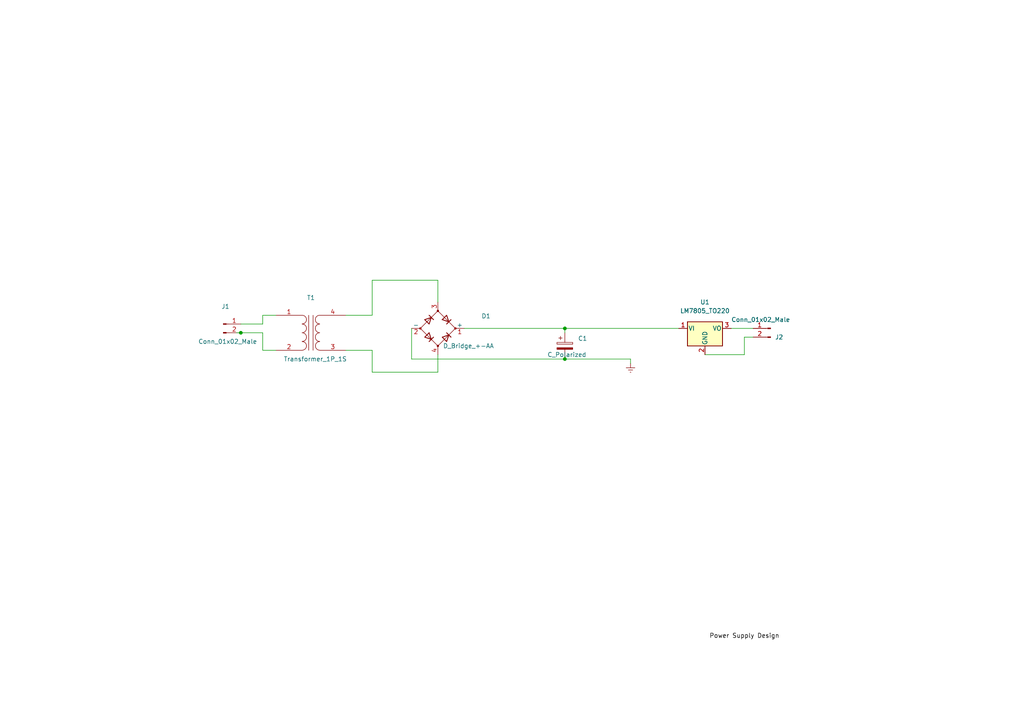
<source format=kicad_sch>
(kicad_sch (version 20211123) (generator eeschema)

  (uuid 2dd062fc-63fd-4933-9127-4283925bae5a)

  (paper "A4")

  (lib_symbols
    (symbol "Connector:Conn_01x02_Male" (pin_names (offset 1.016) hide) (in_bom yes) (on_board yes)
      (property "Reference" "J" (id 0) (at 0 2.54 0)
        (effects (font (size 1.27 1.27)))
      )
      (property "Value" "Conn_01x02_Male" (id 1) (at 0 -5.08 0)
        (effects (font (size 1.27 1.27)))
      )
      (property "Footprint" "" (id 2) (at 0 0 0)
        (effects (font (size 1.27 1.27)) hide)
      )
      (property "Datasheet" "~" (id 3) (at 0 0 0)
        (effects (font (size 1.27 1.27)) hide)
      )
      (property "ki_keywords" "connector" (id 4) (at 0 0 0)
        (effects (font (size 1.27 1.27)) hide)
      )
      (property "ki_description" "Generic connector, single row, 01x02, script generated (kicad-library-utils/schlib/autogen/connector/)" (id 5) (at 0 0 0)
        (effects (font (size 1.27 1.27)) hide)
      )
      (property "ki_fp_filters" "Connector*:*_1x??_*" (id 6) (at 0 0 0)
        (effects (font (size 1.27 1.27)) hide)
      )
      (symbol "Conn_01x02_Male_1_1"
        (polyline
          (pts
            (xy 1.27 -2.54)
            (xy 0.8636 -2.54)
          )
          (stroke (width 0.1524) (type default) (color 0 0 0 0))
          (fill (type none))
        )
        (polyline
          (pts
            (xy 1.27 0)
            (xy 0.8636 0)
          )
          (stroke (width 0.1524) (type default) (color 0 0 0 0))
          (fill (type none))
        )
        (rectangle (start 0.8636 -2.413) (end 0 -2.667)
          (stroke (width 0.1524) (type default) (color 0 0 0 0))
          (fill (type outline))
        )
        (rectangle (start 0.8636 0.127) (end 0 -0.127)
          (stroke (width 0.1524) (type default) (color 0 0 0 0))
          (fill (type outline))
        )
        (pin passive line (at 5.08 0 180) (length 3.81)
          (name "Pin_1" (effects (font (size 1.27 1.27))))
          (number "1" (effects (font (size 1.27 1.27))))
        )
        (pin passive line (at 5.08 -2.54 180) (length 3.81)
          (name "Pin_2" (effects (font (size 1.27 1.27))))
          (number "2" (effects (font (size 1.27 1.27))))
        )
      )
    )
    (symbol "Device:C_Polarized" (pin_numbers hide) (pin_names (offset 0.254)) (in_bom yes) (on_board yes)
      (property "Reference" "C" (id 0) (at 0.635 2.54 0)
        (effects (font (size 1.27 1.27)) (justify left))
      )
      (property "Value" "C_Polarized" (id 1) (at 0.635 -2.54 0)
        (effects (font (size 1.27 1.27)) (justify left))
      )
      (property "Footprint" "" (id 2) (at 0.9652 -3.81 0)
        (effects (font (size 1.27 1.27)) hide)
      )
      (property "Datasheet" "~" (id 3) (at 0 0 0)
        (effects (font (size 1.27 1.27)) hide)
      )
      (property "ki_keywords" "cap capacitor" (id 4) (at 0 0 0)
        (effects (font (size 1.27 1.27)) hide)
      )
      (property "ki_description" "Polarized capacitor" (id 5) (at 0 0 0)
        (effects (font (size 1.27 1.27)) hide)
      )
      (property "ki_fp_filters" "CP_*" (id 6) (at 0 0 0)
        (effects (font (size 1.27 1.27)) hide)
      )
      (symbol "C_Polarized_0_1"
        (rectangle (start -2.286 0.508) (end 2.286 1.016)
          (stroke (width 0) (type default) (color 0 0 0 0))
          (fill (type none))
        )
        (polyline
          (pts
            (xy -1.778 2.286)
            (xy -0.762 2.286)
          )
          (stroke (width 0) (type default) (color 0 0 0 0))
          (fill (type none))
        )
        (polyline
          (pts
            (xy -1.27 2.794)
            (xy -1.27 1.778)
          )
          (stroke (width 0) (type default) (color 0 0 0 0))
          (fill (type none))
        )
        (rectangle (start 2.286 -0.508) (end -2.286 -1.016)
          (stroke (width 0) (type default) (color 0 0 0 0))
          (fill (type outline))
        )
      )
      (symbol "C_Polarized_1_1"
        (pin passive line (at 0 3.81 270) (length 2.794)
          (name "~" (effects (font (size 1.27 1.27))))
          (number "1" (effects (font (size 1.27 1.27))))
        )
        (pin passive line (at 0 -3.81 90) (length 2.794)
          (name "~" (effects (font (size 1.27 1.27))))
          (number "2" (effects (font (size 1.27 1.27))))
        )
      )
    )
    (symbol "Device:D_Bridge_+-AA" (pin_names (offset 0)) (in_bom yes) (on_board yes)
      (property "Reference" "D" (id 0) (at 2.54 6.985 0)
        (effects (font (size 1.27 1.27)) (justify left))
      )
      (property "Value" "D_Bridge_+-AA" (id 1) (at 2.54 5.08 0)
        (effects (font (size 1.27 1.27)) (justify left))
      )
      (property "Footprint" "" (id 2) (at 0 0 0)
        (effects (font (size 1.27 1.27)) hide)
      )
      (property "Datasheet" "~" (id 3) (at 0 0 0)
        (effects (font (size 1.27 1.27)) hide)
      )
      (property "ki_keywords" "rectifier ACDC" (id 4) (at 0 0 0)
        (effects (font (size 1.27 1.27)) hide)
      )
      (property "ki_description" "Diode bridge, +ve/-ve/AC/AC" (id 5) (at 0 0 0)
        (effects (font (size 1.27 1.27)) hide)
      )
      (property "ki_fp_filters" "D*Bridge* D*Rectifier*" (id 6) (at 0 0 0)
        (effects (font (size 1.27 1.27)) hide)
      )
      (symbol "D_Bridge_+-AA_0_1"
        (circle (center -5.08 0) (radius 0.254)
          (stroke (width 0) (type default) (color 0 0 0 0))
          (fill (type outline))
        )
        (circle (center 0 -5.08) (radius 0.254)
          (stroke (width 0) (type default) (color 0 0 0 0))
          (fill (type outline))
        )
        (polyline
          (pts
            (xy -2.54 3.81)
            (xy -1.27 2.54)
          )
          (stroke (width 0.254) (type default) (color 0 0 0 0))
          (fill (type none))
        )
        (polyline
          (pts
            (xy -1.27 -2.54)
            (xy -2.54 -3.81)
          )
          (stroke (width 0.254) (type default) (color 0 0 0 0))
          (fill (type none))
        )
        (polyline
          (pts
            (xy 2.54 -1.27)
            (xy 3.81 -2.54)
          )
          (stroke (width 0.254) (type default) (color 0 0 0 0))
          (fill (type none))
        )
        (polyline
          (pts
            (xy 2.54 1.27)
            (xy 3.81 2.54)
          )
          (stroke (width 0.254) (type default) (color 0 0 0 0))
          (fill (type none))
        )
        (polyline
          (pts
            (xy -3.81 2.54)
            (xy -2.54 1.27)
            (xy -1.905 3.175)
            (xy -3.81 2.54)
          )
          (stroke (width 0.254) (type default) (color 0 0 0 0))
          (fill (type none))
        )
        (polyline
          (pts
            (xy -2.54 -1.27)
            (xy -3.81 -2.54)
            (xy -1.905 -3.175)
            (xy -2.54 -1.27)
          )
          (stroke (width 0.254) (type default) (color 0 0 0 0))
          (fill (type none))
        )
        (polyline
          (pts
            (xy 1.27 2.54)
            (xy 2.54 3.81)
            (xy 3.175 1.905)
            (xy 1.27 2.54)
          )
          (stroke (width 0.254) (type default) (color 0 0 0 0))
          (fill (type none))
        )
        (polyline
          (pts
            (xy 3.175 -1.905)
            (xy 1.27 -2.54)
            (xy 2.54 -3.81)
            (xy 3.175 -1.905)
          )
          (stroke (width 0.254) (type default) (color 0 0 0 0))
          (fill (type none))
        )
        (polyline
          (pts
            (xy -5.08 0)
            (xy 0 -5.08)
            (xy 5.08 0)
            (xy 0 5.08)
            (xy -5.08 0)
          )
          (stroke (width 0) (type default) (color 0 0 0 0))
          (fill (type none))
        )
        (circle (center 0 5.08) (radius 0.254)
          (stroke (width 0) (type default) (color 0 0 0 0))
          (fill (type outline))
        )
        (circle (center 5.08 0) (radius 0.254)
          (stroke (width 0) (type default) (color 0 0 0 0))
          (fill (type outline))
        )
      )
      (symbol "D_Bridge_+-AA_1_1"
        (pin passive line (at 7.62 0 180) (length 2.54)
          (name "+" (effects (font (size 1.27 1.27))))
          (number "1" (effects (font (size 1.27 1.27))))
        )
        (pin passive line (at -7.62 0 0) (length 2.54)
          (name "-" (effects (font (size 1.27 1.27))))
          (number "2" (effects (font (size 1.27 1.27))))
        )
        (pin passive line (at 0 7.62 270) (length 2.54)
          (name "~" (effects (font (size 1.27 1.27))))
          (number "3" (effects (font (size 1.27 1.27))))
        )
        (pin passive line (at 0 -7.62 90) (length 2.54)
          (name "~" (effects (font (size 1.27 1.27))))
          (number "4" (effects (font (size 1.27 1.27))))
        )
      )
    )
    (symbol "Device:Transformer_1P_1S" (pin_names (offset 1.016) hide) (in_bom yes) (on_board yes)
      (property "Reference" "T" (id 0) (at 0 6.35 0)
        (effects (font (size 1.27 1.27)))
      )
      (property "Value" "Transformer_1P_1S" (id 1) (at 0 -7.62 0)
        (effects (font (size 1.27 1.27)))
      )
      (property "Footprint" "" (id 2) (at 0 0 0)
        (effects (font (size 1.27 1.27)) hide)
      )
      (property "Datasheet" "~" (id 3) (at 0 0 0)
        (effects (font (size 1.27 1.27)) hide)
      )
      (property "ki_keywords" "transformer coil magnet" (id 4) (at 0 0 0)
        (effects (font (size 1.27 1.27)) hide)
      )
      (property "ki_description" "Transformer, single primary, single secondary" (id 5) (at 0 0 0)
        (effects (font (size 1.27 1.27)) hide)
      )
      (symbol "Transformer_1P_1S_0_1"
        (arc (start -2.54 -5.0546) (mid -1.6599 -4.6901) (end -1.27 -3.81)
          (stroke (width 0) (type default) (color 0 0 0 0))
          (fill (type none))
        )
        (arc (start -2.54 -2.5146) (mid -1.6599 -2.1501) (end -1.27 -1.27)
          (stroke (width 0) (type default) (color 0 0 0 0))
          (fill (type none))
        )
        (arc (start -2.54 0.0254) (mid -1.6599 0.3899) (end -1.27 1.27)
          (stroke (width 0) (type default) (color 0 0 0 0))
          (fill (type none))
        )
        (arc (start -2.54 2.5654) (mid -1.6599 2.9299) (end -1.27 3.81)
          (stroke (width 0) (type default) (color 0 0 0 0))
          (fill (type none))
        )
        (arc (start -1.27 -3.81) (mid -1.642 -2.912) (end -2.54 -2.54)
          (stroke (width 0) (type default) (color 0 0 0 0))
          (fill (type none))
        )
        (arc (start -1.27 -1.27) (mid -1.642 -0.372) (end -2.54 0)
          (stroke (width 0) (type default) (color 0 0 0 0))
          (fill (type none))
        )
        (arc (start -1.27 1.27) (mid -1.642 2.168) (end -2.54 2.54)
          (stroke (width 0) (type default) (color 0 0 0 0))
          (fill (type none))
        )
        (arc (start -1.27 3.81) (mid -1.642 4.708) (end -2.54 5.08)
          (stroke (width 0) (type default) (color 0 0 0 0))
          (fill (type none))
        )
        (polyline
          (pts
            (xy -0.635 5.08)
            (xy -0.635 -5.08)
          )
          (stroke (width 0) (type default) (color 0 0 0 0))
          (fill (type none))
        )
        (polyline
          (pts
            (xy 0.635 -5.08)
            (xy 0.635 5.08)
          )
          (stroke (width 0) (type default) (color 0 0 0 0))
          (fill (type none))
        )
        (arc (start 1.2954 -1.27) (mid 1.6599 -2.1501) (end 2.54 -2.5146)
          (stroke (width 0) (type default) (color 0 0 0 0))
          (fill (type none))
        )
        (arc (start 1.2954 1.27) (mid 1.6599 0.3899) (end 2.54 0.0254)
          (stroke (width 0) (type default) (color 0 0 0 0))
          (fill (type none))
        )
        (arc (start 1.2954 3.81) (mid 1.6599 2.9299) (end 2.54 2.5654)
          (stroke (width 0) (type default) (color 0 0 0 0))
          (fill (type none))
        )
        (arc (start 1.3208 -3.81) (mid 1.6853 -4.6901) (end 2.5654 -5.0546)
          (stroke (width 0) (type default) (color 0 0 0 0))
          (fill (type none))
        )
        (arc (start 2.54 0) (mid 1.642 -0.372) (end 1.2954 -1.27)
          (stroke (width 0) (type default) (color 0 0 0 0))
          (fill (type none))
        )
        (arc (start 2.54 2.54) (mid 1.642 2.168) (end 1.2954 1.27)
          (stroke (width 0) (type default) (color 0 0 0 0))
          (fill (type none))
        )
        (arc (start 2.54 5.08) (mid 1.642 4.708) (end 1.2954 3.81)
          (stroke (width 0) (type default) (color 0 0 0 0))
          (fill (type none))
        )
        (arc (start 2.5654 -2.54) (mid 1.6674 -2.912) (end 1.3208 -3.81)
          (stroke (width 0) (type default) (color 0 0 0 0))
          (fill (type none))
        )
      )
      (symbol "Transformer_1P_1S_1_1"
        (pin passive line (at -10.16 5.08 0) (length 7.62)
          (name "AA" (effects (font (size 1.27 1.27))))
          (number "1" (effects (font (size 1.27 1.27))))
        )
        (pin passive line (at -10.16 -5.08 0) (length 7.62)
          (name "AB" (effects (font (size 1.27 1.27))))
          (number "2" (effects (font (size 1.27 1.27))))
        )
        (pin passive line (at 10.16 -5.08 180) (length 7.62)
          (name "SA" (effects (font (size 1.27 1.27))))
          (number "3" (effects (font (size 1.27 1.27))))
        )
        (pin passive line (at 10.16 5.08 180) (length 7.62)
          (name "SB" (effects (font (size 1.27 1.27))))
          (number "4" (effects (font (size 1.27 1.27))))
        )
      )
    )
    (symbol "Regulator_Linear:LM7805_TO220" (pin_names (offset 0.254)) (in_bom yes) (on_board yes)
      (property "Reference" "U" (id 0) (at -3.81 3.175 0)
        (effects (font (size 1.27 1.27)))
      )
      (property "Value" "LM7805_TO220" (id 1) (at 0 3.175 0)
        (effects (font (size 1.27 1.27)) (justify left))
      )
      (property "Footprint" "Package_TO_SOT_THT:TO-220-3_Vertical" (id 2) (at 0 5.715 0)
        (effects (font (size 1.27 1.27) italic) hide)
      )
      (property "Datasheet" "https://www.onsemi.cn/PowerSolutions/document/MC7800-D.PDF" (id 3) (at 0 -1.27 0)
        (effects (font (size 1.27 1.27)) hide)
      )
      (property "ki_keywords" "Voltage Regulator 1A Positive" (id 4) (at 0 0 0)
        (effects (font (size 1.27 1.27)) hide)
      )
      (property "ki_description" "Positive 1A 35V Linear Regulator, Fixed Output 5V, TO-220" (id 5) (at 0 0 0)
        (effects (font (size 1.27 1.27)) hide)
      )
      (property "ki_fp_filters" "TO?220*" (id 6) (at 0 0 0)
        (effects (font (size 1.27 1.27)) hide)
      )
      (symbol "LM7805_TO220_0_1"
        (rectangle (start -5.08 1.905) (end 5.08 -5.08)
          (stroke (width 0.254) (type default) (color 0 0 0 0))
          (fill (type background))
        )
      )
      (symbol "LM7805_TO220_1_1"
        (pin power_in line (at -7.62 0 0) (length 2.54)
          (name "VI" (effects (font (size 1.27 1.27))))
          (number "1" (effects (font (size 1.27 1.27))))
        )
        (pin power_in line (at 0 -7.62 90) (length 2.54)
          (name "GND" (effects (font (size 1.27 1.27))))
          (number "2" (effects (font (size 1.27 1.27))))
        )
        (pin power_out line (at 7.62 0 180) (length 2.54)
          (name "VO" (effects (font (size 1.27 1.27))))
          (number "3" (effects (font (size 1.27 1.27))))
        )
      )
    )
    (symbol "power:Earth" (power) (pin_names (offset 0)) (in_bom yes) (on_board yes)
      (property "Reference" "#PWR" (id 0) (at 0 -6.35 0)
        (effects (font (size 1.27 1.27)) hide)
      )
      (property "Value" "Earth" (id 1) (at 0 -3.81 0)
        (effects (font (size 1.27 1.27)) hide)
      )
      (property "Footprint" "" (id 2) (at 0 0 0)
        (effects (font (size 1.27 1.27)) hide)
      )
      (property "Datasheet" "~" (id 3) (at 0 0 0)
        (effects (font (size 1.27 1.27)) hide)
      )
      (property "ki_keywords" "power-flag ground gnd" (id 4) (at 0 0 0)
        (effects (font (size 1.27 1.27)) hide)
      )
      (property "ki_description" "Power symbol creates a global label with name \"Earth\"" (id 5) (at 0 0 0)
        (effects (font (size 1.27 1.27)) hide)
      )
      (symbol "Earth_0_1"
        (polyline
          (pts
            (xy -0.635 -1.905)
            (xy 0.635 -1.905)
          )
          (stroke (width 0) (type default) (color 0 0 0 0))
          (fill (type none))
        )
        (polyline
          (pts
            (xy -0.127 -2.54)
            (xy 0.127 -2.54)
          )
          (stroke (width 0) (type default) (color 0 0 0 0))
          (fill (type none))
        )
        (polyline
          (pts
            (xy 0 -1.27)
            (xy 0 0)
          )
          (stroke (width 0) (type default) (color 0 0 0 0))
          (fill (type none))
        )
        (polyline
          (pts
            (xy 1.27 -1.27)
            (xy -1.27 -1.27)
          )
          (stroke (width 0) (type default) (color 0 0 0 0))
          (fill (type none))
        )
      )
      (symbol "Earth_1_1"
        (pin power_in line (at 0 0 270) (length 0) hide
          (name "Earth" (effects (font (size 1.27 1.27))))
          (number "1" (effects (font (size 1.27 1.27))))
        )
      )
    )
  )

  (junction (at 163.83 95.25) (diameter 0) (color 0 0 0 0)
    (uuid 6e7fa1ed-f6b5-440a-aa2a-7a0e4b152696)
  )
  (junction (at 69.85 96.52) (diameter 0) (color 0 0 0 0)
    (uuid 8f5fdebe-e7be-4734-99bd-d60c40196f7b)
  )
  (junction (at 163.83 104.14) (diameter 0) (color 0 0 0 0)
    (uuid b9161398-8c64-4dcc-9808-2ae4ecd0e272)
  )

  (wire (pts (xy 100.33 91.44) (xy 107.95 91.44))
    (stroke (width 0) (type default) (color 0 0 0 0))
    (uuid 09d0566e-1f55-4260-a844-bf0eeedb7680)
  )
  (wire (pts (xy 212.09 95.25) (xy 218.44 95.25))
    (stroke (width 0) (type default) (color 0 0 0 0))
    (uuid 0d22beb9-e40b-4c00-a8b6-58e84009dec9)
  )
  (wire (pts (xy 182.88 104.14) (xy 182.88 105.41))
    (stroke (width 0) (type default) (color 0 0 0 0))
    (uuid 129ab40f-81e7-4471-bf83-06f9c62bfb68)
  )
  (wire (pts (xy 76.2 101.6) (xy 80.01 101.6))
    (stroke (width 0) (type default) (color 0 0 0 0))
    (uuid 13f31ace-266b-4891-bea7-3d0d788b45d1)
  )
  (wire (pts (xy 119.38 95.25) (xy 119.38 104.14))
    (stroke (width 0) (type default) (color 0 0 0 0))
    (uuid 317c7a93-03d0-41c8-9e16-b42c69569e78)
  )
  (wire (pts (xy 215.9 102.87) (xy 215.9 97.79))
    (stroke (width 0) (type default) (color 0 0 0 0))
    (uuid 337d49fc-2c99-4c95-b246-18fd325ab8f4)
  )
  (wire (pts (xy 107.95 101.6) (xy 107.95 107.95))
    (stroke (width 0) (type default) (color 0 0 0 0))
    (uuid 3ad03be7-344f-45ca-b1bd-d27347f4f528)
  )
  (wire (pts (xy 215.9 97.79) (xy 218.44 97.79))
    (stroke (width 0) (type default) (color 0 0 0 0))
    (uuid 5165218d-5b59-4d16-8500-1258496b658e)
  )
  (wire (pts (xy 69.85 93.98) (xy 76.2 93.98))
    (stroke (width 0) (type default) (color 0 0 0 0))
    (uuid 51db93fa-ac84-496b-bd08-e8b03f4bbfe6)
  )
  (wire (pts (xy 163.83 104.14) (xy 182.88 104.14))
    (stroke (width 0) (type default) (color 0 0 0 0))
    (uuid 5ddac322-4055-4611-98ce-c0eeaf55f058)
  )
  (wire (pts (xy 107.95 81.28) (xy 107.95 91.44))
    (stroke (width 0) (type default) (color 0 0 0 0))
    (uuid 66cb35bd-8805-4046-b5b1-fc0ff40df6a9)
  )
  (wire (pts (xy 163.83 95.25) (xy 196.85 95.25))
    (stroke (width 0) (type default) (color 0 0 0 0))
    (uuid 78a4f9f1-ef13-41bf-bdab-648de1cd6d44)
  )
  (wire (pts (xy 68.58 96.52) (xy 69.85 96.52))
    (stroke (width 0) (type default) (color 0 0 0 0))
    (uuid 7bb444db-62d3-4e4d-af7e-c1574268c693)
  )
  (wire (pts (xy 204.47 102.87) (xy 215.9 102.87))
    (stroke (width 0) (type default) (color 0 0 0 0))
    (uuid 88c725aa-bf94-45ac-aba1-c049666ddb8b)
  )
  (wire (pts (xy 100.33 101.6) (xy 107.95 101.6))
    (stroke (width 0) (type default) (color 0 0 0 0))
    (uuid 9299c5c1-4181-4dd8-b302-1c20a4b6b72d)
  )
  (wire (pts (xy 127 107.95) (xy 127 102.87))
    (stroke (width 0) (type default) (color 0 0 0 0))
    (uuid a1cf131c-d734-483b-9a4a-d19699e96928)
  )
  (wire (pts (xy 163.83 95.25) (xy 163.83 96.52))
    (stroke (width 0) (type default) (color 0 0 0 0))
    (uuid afafcb5e-033c-43d6-9626-57de8fe00932)
  )
  (wire (pts (xy 76.2 96.52) (xy 76.2 101.6))
    (stroke (width 0) (type default) (color 0 0 0 0))
    (uuid b40f7240-26be-4028-ad75-af7395cea122)
  )
  (wire (pts (xy 107.95 107.95) (xy 127 107.95))
    (stroke (width 0) (type default) (color 0 0 0 0))
    (uuid b5325f09-7c0e-4ddb-ac5e-1e4ccea1196f)
  )
  (wire (pts (xy 127 81.28) (xy 127 87.63))
    (stroke (width 0) (type default) (color 0 0 0 0))
    (uuid b8da521a-5083-46ba-8cf1-19f2f6e2fb2f)
  )
  (wire (pts (xy 119.38 104.14) (xy 163.83 104.14))
    (stroke (width 0) (type default) (color 0 0 0 0))
    (uuid d7754079-ecdf-4759-8837-86f97bb315c7)
  )
  (wire (pts (xy 76.2 93.98) (xy 76.2 91.44))
    (stroke (width 0) (type default) (color 0 0 0 0))
    (uuid dadbb246-a3f8-4175-b141-38cbe63bab08)
  )
  (wire (pts (xy 107.95 81.28) (xy 127 81.28))
    (stroke (width 0) (type default) (color 0 0 0 0))
    (uuid dfe05134-459d-41ba-a8a1-6b15ccd68d7e)
  )
  (wire (pts (xy 134.62 95.25) (xy 163.83 95.25))
    (stroke (width 0) (type default) (color 0 0 0 0))
    (uuid f1300dfa-7235-42fe-a8ee-8d735cf9f47a)
  )
  (wire (pts (xy 76.2 91.44) (xy 80.01 91.44))
    (stroke (width 0) (type default) (color 0 0 0 0))
    (uuid f2d868fe-2218-4d41-9732-93901da6c1af)
  )
  (wire (pts (xy 69.85 96.52) (xy 76.2 96.52))
    (stroke (width 0) (type default) (color 0 0 0 0))
    (uuid f8916ff7-25e9-44f0-a660-67ff955d85c1)
  )

  (label "Power Supply Design" (at 205.74 185.42 0)
    (effects (font (size 1.27 1.27)) (justify left bottom))
    (uuid b586f8ba-6a8d-402a-b085-7dc1ace8cd0a)
  )

  (symbol (lib_id "Regulator_Linear:LM7805_TO220") (at 204.47 95.25 0) (unit 1)
    (in_bom yes) (on_board yes) (fields_autoplaced)
    (uuid 2eabbf36-c329-44f8-9849-f44f7d8e2031)
    (property "Reference" "U1" (id 0) (at 204.47 87.63 0))
    (property "Value" "LM7805_TO220" (id 1) (at 204.47 90.17 0))
    (property "Footprint" "Package_TO_SOT_THT:TO-220-3_Vertical" (id 2) (at 204.47 89.535 0)
      (effects (font (size 1.27 1.27) italic) hide)
    )
    (property "Datasheet" "https://www.onsemi.cn/PowerSolutions/document/MC7800-D.PDF" (id 3) (at 204.47 96.52 0)
      (effects (font (size 1.27 1.27)) hide)
    )
    (pin "1" (uuid 143909d1-3b98-4815-8664-965049e116d7))
    (pin "2" (uuid 001527d1-c1a5-441b-aabf-acd010a24a39))
    (pin "3" (uuid 8a91540a-7eed-4c13-88bf-914210f771af))
  )

  (symbol (lib_id "Device:C_Polarized") (at 163.83 100.33 0) (unit 1)
    (in_bom yes) (on_board yes)
    (uuid 36cda102-f019-46d2-ab66-a981742072d8)
    (property "Reference" "C1" (id 0) (at 167.64 98.1709 0)
      (effects (font (size 1.27 1.27)) (justify left))
    )
    (property "Value" "C_Polarized" (id 1) (at 158.75 102.87 0)
      (effects (font (size 1.27 1.27)) (justify left))
    )
    (property "Footprint" "Capacitor_THT:CP_Radial_D5.0mm_P2.00mm" (id 2) (at 164.7952 104.14 0)
      (effects (font (size 1.27 1.27)) hide)
    )
    (property "Datasheet" "~" (id 3) (at 163.83 100.33 0)
      (effects (font (size 1.27 1.27)) hide)
    )
    (pin "1" (uuid abb49af3-104e-4279-bc54-e66fc6ffdb3b))
    (pin "2" (uuid be4238fa-2245-43ce-be1e-969f1bdfff85))
  )

  (symbol (lib_id "Connector:Conn_01x02_Male") (at 64.77 93.98 0) (unit 1)
    (in_bom yes) (on_board yes)
    (uuid 701939be-c56c-486e-aeb7-ca07b0224924)
    (property "Reference" "J1" (id 0) (at 65.405 88.9 0))
    (property "Value" "Conn_01x02_Male" (id 1) (at 66.04 99.06 0))
    (property "Footprint" "Connector_PinHeader_2.54mm:PinHeader_1x02_P2.54mm_Horizontal" (id 2) (at 64.77 93.98 0)
      (effects (font (size 1.27 1.27)) hide)
    )
    (property "Datasheet" "~" (id 3) (at 64.77 93.98 0)
      (effects (font (size 1.27 1.27)) hide)
    )
    (pin "1" (uuid 8b509838-222b-4b10-a640-0e08ec0acf02))
    (pin "2" (uuid 91f4133f-af51-4159-a5dc-a529d1a93b90))
  )

  (symbol (lib_id "power:Earth") (at 182.88 105.41 0) (unit 1)
    (in_bom yes) (on_board yes) (fields_autoplaced)
    (uuid 8e03003f-15f6-4a0f-a754-a0e0daffe55b)
    (property "Reference" "#PWR02" (id 0) (at 182.88 111.76 0)
      (effects (font (size 1.27 1.27)) hide)
    )
    (property "Value" "Earth" (id 1) (at 182.88 109.22 0)
      (effects (font (size 1.27 1.27)) hide)
    )
    (property "Footprint" "" (id 2) (at 182.88 105.41 0)
      (effects (font (size 1.27 1.27)) hide)
    )
    (property "Datasheet" "~" (id 3) (at 182.88 105.41 0)
      (effects (font (size 1.27 1.27)) hide)
    )
    (pin "1" (uuid 9252751c-4646-4d63-afdf-4e9ea8f0db73))
  )

  (symbol (lib_id "Device:D_Bridge_+-AA") (at 127 95.25 0) (unit 1)
    (in_bom yes) (on_board yes)
    (uuid cb4a765c-e9e0-4d74-8f51-32f3edd097b5)
    (property "Reference" "D1" (id 0) (at 140.97 91.6686 0))
    (property "Value" "D_Bridge_+-AA" (id 1) (at 135.89 100.33 0))
    (property "Footprint" "Diode_THT:Diode_Bridge_Round_D9.0mm" (id 2) (at 127 95.25 0)
      (effects (font (size 1.27 1.27)) hide)
    )
    (property "Datasheet" "~" (id 3) (at 127 95.25 0)
      (effects (font (size 1.27 1.27)) hide)
    )
    (pin "1" (uuid bedb35b6-22ce-4620-9e0f-f520306ec3e5))
    (pin "2" (uuid 83cc42af-fe61-4aa7-a6b6-b23e79e0694f))
    (pin "3" (uuid 4370a10a-77bf-4a77-b249-93146146cbdc))
    (pin "4" (uuid ecb55b00-3107-40c5-93a4-acd387d7d0b7))
  )

  (symbol (lib_id "Device:Transformer_1P_1S") (at 90.17 96.52 0) (unit 1)
    (in_bom yes) (on_board yes)
    (uuid ec7fde33-2dba-446f-b537-a3b76181fcf9)
    (property "Reference" "T1" (id 0) (at 90.1827 86.36 0))
    (property "Value" "Transformer_1P_1S" (id 1) (at 91.44 104.14 0))
    (property "Footprint" "Transformer_THT:Transformer_CHK_EI38-3VA_1xSec" (id 2) (at 90.17 96.52 0)
      (effects (font (size 1.27 1.27)) hide)
    )
    (property "Datasheet" "~" (id 3) (at 90.17 96.52 0)
      (effects (font (size 1.27 1.27)) hide)
    )
    (pin "1" (uuid 50d0e6a5-3625-4045-a6e5-b0b3b70b3a3d))
    (pin "2" (uuid d791587e-2c3c-4b30-8e04-fe4e6cb3d6f5))
    (pin "3" (uuid 29c0294c-44ea-449f-b507-f77c95499b05))
    (pin "4" (uuid b26f6b1e-92a8-4aa9-b4e3-d77eb11e241e))
  )

  (symbol (lib_id "Connector:Conn_01x02_Male") (at 223.52 95.25 0) (mirror y) (unit 1)
    (in_bom yes) (on_board yes)
    (uuid fffec024-2865-4cae-908e-18c77267c112)
    (property "Reference" "J2" (id 0) (at 224.79 97.7901 0)
      (effects (font (size 1.27 1.27)) (justify right))
    )
    (property "Value" "Conn_01x02_Male" (id 1) (at 212.09 92.71 0)
      (effects (font (size 1.27 1.27)) (justify right))
    )
    (property "Footprint" "Connector_PinHeader_2.54mm:PinHeader_1x02_P2.54mm_Horizontal" (id 2) (at 223.52 95.25 0)
      (effects (font (size 1.27 1.27)) hide)
    )
    (property "Datasheet" "~" (id 3) (at 223.52 95.25 0)
      (effects (font (size 1.27 1.27)) hide)
    )
    (pin "1" (uuid 20557c81-33d2-4b0b-9112-582377376a85))
    (pin "2" (uuid 82d2b221-5110-4e27-a69e-7d7e48904533))
  )

  (sheet_instances
    (path "/" (page "1"))
  )

  (symbol_instances
    (path "/8e03003f-15f6-4a0f-a754-a0e0daffe55b"
      (reference "#PWR02") (unit 1) (value "Earth") (footprint "")
    )
    (path "/36cda102-f019-46d2-ab66-a981742072d8"
      (reference "C1") (unit 1) (value "C_Polarized") (footprint "Capacitor_THT:CP_Radial_D5.0mm_P2.00mm")
    )
    (path "/cb4a765c-e9e0-4d74-8f51-32f3edd097b5"
      (reference "D1") (unit 1) (value "D_Bridge_+-AA") (footprint "Diode_THT:Diode_Bridge_Round_D9.0mm")
    )
    (path "/701939be-c56c-486e-aeb7-ca07b0224924"
      (reference "J1") (unit 1) (value "Conn_01x02_Male") (footprint "Connector_PinHeader_2.54mm:PinHeader_1x02_P2.54mm_Horizontal")
    )
    (path "/fffec024-2865-4cae-908e-18c77267c112"
      (reference "J2") (unit 1) (value "Conn_01x02_Male") (footprint "Connector_PinHeader_2.54mm:PinHeader_1x02_P2.54mm_Horizontal")
    )
    (path "/ec7fde33-2dba-446f-b537-a3b76181fcf9"
      (reference "T1") (unit 1) (value "Transformer_1P_1S") (footprint "Transformer_THT:Transformer_CHK_EI38-3VA_1xSec")
    )
    (path "/2eabbf36-c329-44f8-9849-f44f7d8e2031"
      (reference "U1") (unit 1) (value "LM7805_TO220") (footprint "Package_TO_SOT_THT:TO-220-3_Vertical")
    )
  )
)

</source>
